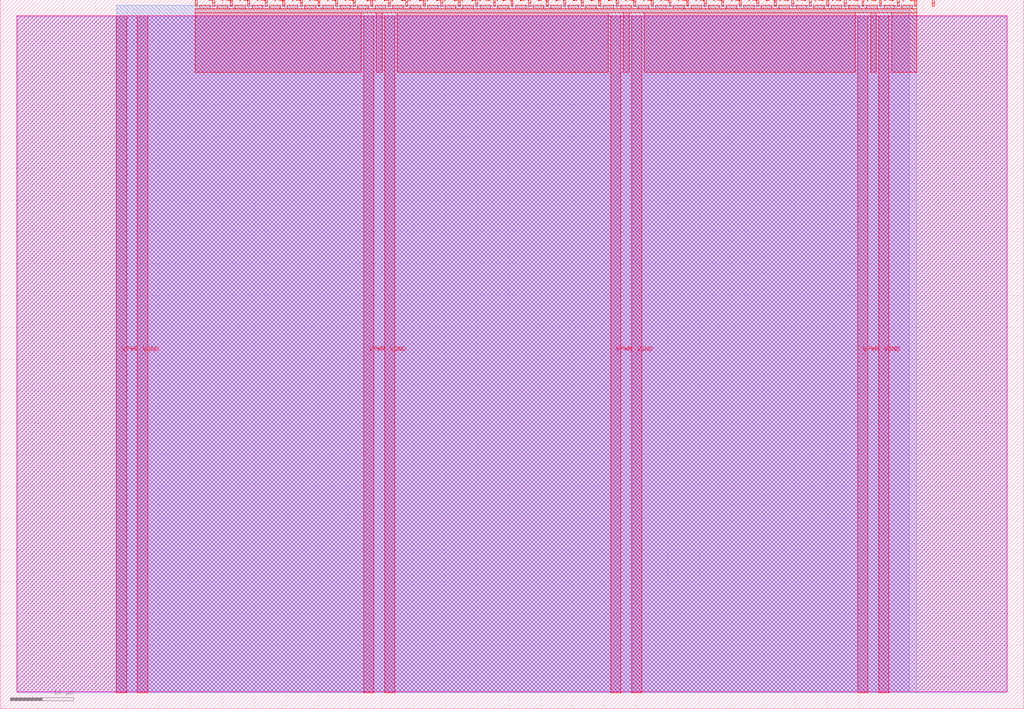
<source format=lef>
VERSION 5.7 ;
  NOWIREEXTENSIONATPIN ON ;
  DIVIDERCHAR "/" ;
  BUSBITCHARS "[]" ;
MACRO tt_um_pwm_led_top
  CLASS BLOCK ;
  FOREIGN tt_um_pwm_led_top ;
  ORIGIN 0.000 0.000 ;
  SIZE 161.000 BY 111.520 ;
  PIN VGND
    DIRECTION INOUT ;
    USE GROUND ;
    PORT
      LAYER met4 ;
        RECT 21.580 2.480 23.180 109.040 ;
    END
    PORT
      LAYER met4 ;
        RECT 60.450 2.480 62.050 109.040 ;
    END
    PORT
      LAYER met4 ;
        RECT 99.320 2.480 100.920 109.040 ;
    END
    PORT
      LAYER met4 ;
        RECT 138.190 2.480 139.790 109.040 ;
    END
  END VGND
  PIN VPWR
    DIRECTION INOUT ;
    USE POWER ;
    PORT
      LAYER met4 ;
        RECT 18.280 2.480 19.880 109.040 ;
    END
    PORT
      LAYER met4 ;
        RECT 57.150 2.480 58.750 109.040 ;
    END
    PORT
      LAYER met4 ;
        RECT 96.020 2.480 97.620 109.040 ;
    END
    PORT
      LAYER met4 ;
        RECT 134.890 2.480 136.490 109.040 ;
    END
  END VPWR
  PIN clk
    DIRECTION INPUT ;
    USE SIGNAL ;
    ANTENNAGATEAREA 0.852000 ;
    PORT
      LAYER met4 ;
        RECT 143.830 110.520 144.130 111.520 ;
    END
  END clk
  PIN ena
    DIRECTION INPUT ;
    USE SIGNAL ;
    PORT
      LAYER met4 ;
        RECT 146.590 110.520 146.890 111.520 ;
    END
  END ena
  PIN rst_n
    DIRECTION INPUT ;
    USE SIGNAL ;
    ANTENNAGATEAREA 0.196500 ;
    PORT
      LAYER met4 ;
        RECT 141.070 110.520 141.370 111.520 ;
    END
  END rst_n
  PIN ui_in[0]
    DIRECTION INPUT ;
    USE SIGNAL ;
    ANTENNAGATEAREA 0.196500 ;
    PORT
      LAYER met4 ;
        RECT 138.310 110.520 138.610 111.520 ;
    END
  END ui_in[0]
  PIN ui_in[1]
    DIRECTION INPUT ;
    USE SIGNAL ;
    ANTENNAGATEAREA 0.196500 ;
    PORT
      LAYER met4 ;
        RECT 135.550 110.520 135.850 111.520 ;
    END
  END ui_in[1]
  PIN ui_in[2]
    DIRECTION INPUT ;
    USE SIGNAL ;
    ANTENNAGATEAREA 0.213000 ;
    PORT
      LAYER met4 ;
        RECT 132.790 110.520 133.090 111.520 ;
    END
  END ui_in[2]
  PIN ui_in[3]
    DIRECTION INPUT ;
    USE SIGNAL ;
    ANTENNAGATEAREA 0.196500 ;
    PORT
      LAYER met4 ;
        RECT 130.030 110.520 130.330 111.520 ;
    END
  END ui_in[3]
  PIN ui_in[4]
    DIRECTION INPUT ;
    USE SIGNAL ;
    PORT
      LAYER met4 ;
        RECT 127.270 110.520 127.570 111.520 ;
    END
  END ui_in[4]
  PIN ui_in[5]
    DIRECTION INPUT ;
    USE SIGNAL ;
    PORT
      LAYER met4 ;
        RECT 124.510 110.520 124.810 111.520 ;
    END
  END ui_in[5]
  PIN ui_in[6]
    DIRECTION INPUT ;
    USE SIGNAL ;
    PORT
      LAYER met4 ;
        RECT 121.750 110.520 122.050 111.520 ;
    END
  END ui_in[6]
  PIN ui_in[7]
    DIRECTION INPUT ;
    USE SIGNAL ;
    PORT
      LAYER met4 ;
        RECT 118.990 110.520 119.290 111.520 ;
    END
  END ui_in[7]
  PIN uio_in[0]
    DIRECTION INPUT ;
    USE SIGNAL ;
    PORT
      LAYER met4 ;
        RECT 116.230 110.520 116.530 111.520 ;
    END
  END uio_in[0]
  PIN uio_in[1]
    DIRECTION INPUT ;
    USE SIGNAL ;
    PORT
      LAYER met4 ;
        RECT 113.470 110.520 113.770 111.520 ;
    END
  END uio_in[1]
  PIN uio_in[2]
    DIRECTION INPUT ;
    USE SIGNAL ;
    PORT
      LAYER met4 ;
        RECT 110.710 110.520 111.010 111.520 ;
    END
  END uio_in[2]
  PIN uio_in[3]
    DIRECTION INPUT ;
    USE SIGNAL ;
    PORT
      LAYER met4 ;
        RECT 107.950 110.520 108.250 111.520 ;
    END
  END uio_in[3]
  PIN uio_in[4]
    DIRECTION INPUT ;
    USE SIGNAL ;
    PORT
      LAYER met4 ;
        RECT 105.190 110.520 105.490 111.520 ;
    END
  END uio_in[4]
  PIN uio_in[5]
    DIRECTION INPUT ;
    USE SIGNAL ;
    PORT
      LAYER met4 ;
        RECT 102.430 110.520 102.730 111.520 ;
    END
  END uio_in[5]
  PIN uio_in[6]
    DIRECTION INPUT ;
    USE SIGNAL ;
    PORT
      LAYER met4 ;
        RECT 99.670 110.520 99.970 111.520 ;
    END
  END uio_in[6]
  PIN uio_in[7]
    DIRECTION INPUT ;
    USE SIGNAL ;
    PORT
      LAYER met4 ;
        RECT 96.910 110.520 97.210 111.520 ;
    END
  END uio_in[7]
  PIN uio_oe[0]
    DIRECTION OUTPUT ;
    USE SIGNAL ;
    PORT
      LAYER met4 ;
        RECT 49.990 110.520 50.290 111.520 ;
    END
  END uio_oe[0]
  PIN uio_oe[1]
    DIRECTION OUTPUT ;
    USE SIGNAL ;
    PORT
      LAYER met4 ;
        RECT 47.230 110.520 47.530 111.520 ;
    END
  END uio_oe[1]
  PIN uio_oe[2]
    DIRECTION OUTPUT ;
    USE SIGNAL ;
    PORT
      LAYER met4 ;
        RECT 44.470 110.520 44.770 111.520 ;
    END
  END uio_oe[2]
  PIN uio_oe[3]
    DIRECTION OUTPUT ;
    USE SIGNAL ;
    PORT
      LAYER met4 ;
        RECT 41.710 110.520 42.010 111.520 ;
    END
  END uio_oe[3]
  PIN uio_oe[4]
    DIRECTION OUTPUT ;
    USE SIGNAL ;
    PORT
      LAYER met4 ;
        RECT 38.950 110.520 39.250 111.520 ;
    END
  END uio_oe[4]
  PIN uio_oe[5]
    DIRECTION OUTPUT ;
    USE SIGNAL ;
    PORT
      LAYER met4 ;
        RECT 36.190 110.520 36.490 111.520 ;
    END
  END uio_oe[5]
  PIN uio_oe[6]
    DIRECTION OUTPUT ;
    USE SIGNAL ;
    PORT
      LAYER met4 ;
        RECT 33.430 110.520 33.730 111.520 ;
    END
  END uio_oe[6]
  PIN uio_oe[7]
    DIRECTION OUTPUT ;
    USE SIGNAL ;
    PORT
      LAYER met4 ;
        RECT 30.670 110.520 30.970 111.520 ;
    END
  END uio_oe[7]
  PIN uio_out[0]
    DIRECTION OUTPUT ;
    USE SIGNAL ;
    PORT
      LAYER met4 ;
        RECT 72.070 110.520 72.370 111.520 ;
    END
  END uio_out[0]
  PIN uio_out[1]
    DIRECTION OUTPUT ;
    USE SIGNAL ;
    PORT
      LAYER met4 ;
        RECT 69.310 110.520 69.610 111.520 ;
    END
  END uio_out[1]
  PIN uio_out[2]
    DIRECTION OUTPUT ;
    USE SIGNAL ;
    PORT
      LAYER met4 ;
        RECT 66.550 110.520 66.850 111.520 ;
    END
  END uio_out[2]
  PIN uio_out[3]
    DIRECTION OUTPUT ;
    USE SIGNAL ;
    PORT
      LAYER met4 ;
        RECT 63.790 110.520 64.090 111.520 ;
    END
  END uio_out[3]
  PIN uio_out[4]
    DIRECTION OUTPUT ;
    USE SIGNAL ;
    PORT
      LAYER met4 ;
        RECT 61.030 110.520 61.330 111.520 ;
    END
  END uio_out[4]
  PIN uio_out[5]
    DIRECTION OUTPUT ;
    USE SIGNAL ;
    PORT
      LAYER met4 ;
        RECT 58.270 110.520 58.570 111.520 ;
    END
  END uio_out[5]
  PIN uio_out[6]
    DIRECTION OUTPUT ;
    USE SIGNAL ;
    PORT
      LAYER met4 ;
        RECT 55.510 110.520 55.810 111.520 ;
    END
  END uio_out[6]
  PIN uio_out[7]
    DIRECTION OUTPUT ;
    USE SIGNAL ;
    PORT
      LAYER met4 ;
        RECT 52.750 110.520 53.050 111.520 ;
    END
  END uio_out[7]
  PIN uo_out[0]
    DIRECTION OUTPUT ;
    USE SIGNAL ;
    ANTENNADIFFAREA 0.891000 ;
    PORT
      LAYER met4 ;
        RECT 94.150 110.520 94.450 111.520 ;
    END
  END uo_out[0]
  PIN uo_out[1]
    DIRECTION OUTPUT ;
    USE SIGNAL ;
    ANTENNADIFFAREA 0.891000 ;
    PORT
      LAYER met4 ;
        RECT 91.390 110.520 91.690 111.520 ;
    END
  END uo_out[1]
  PIN uo_out[2]
    DIRECTION OUTPUT ;
    USE SIGNAL ;
    ANTENNADIFFAREA 0.891000 ;
    PORT
      LAYER met4 ;
        RECT 88.630 110.520 88.930 111.520 ;
    END
  END uo_out[2]
  PIN uo_out[3]
    DIRECTION OUTPUT ;
    USE SIGNAL ;
    ANTENNADIFFAREA 0.891000 ;
    PORT
      LAYER met4 ;
        RECT 85.870 110.520 86.170 111.520 ;
    END
  END uo_out[3]
  PIN uo_out[4]
    DIRECTION OUTPUT ;
    USE SIGNAL ;
    ANTENNADIFFAREA 0.891000 ;
    PORT
      LAYER met4 ;
        RECT 83.110 110.520 83.410 111.520 ;
    END
  END uo_out[4]
  PIN uo_out[5]
    DIRECTION OUTPUT ;
    USE SIGNAL ;
    ANTENNADIFFAREA 0.891000 ;
    PORT
      LAYER met4 ;
        RECT 80.350 110.520 80.650 111.520 ;
    END
  END uo_out[5]
  PIN uo_out[6]
    DIRECTION OUTPUT ;
    USE SIGNAL ;
    ANTENNADIFFAREA 0.891000 ;
    PORT
      LAYER met4 ;
        RECT 77.590 110.520 77.890 111.520 ;
    END
  END uo_out[6]
  PIN uo_out[7]
    DIRECTION OUTPUT ;
    USE SIGNAL ;
    ANTENNADIFFAREA 0.445500 ;
    PORT
      LAYER met4 ;
        RECT 74.830 110.520 75.130 111.520 ;
    END
  END uo_out[7]
  OBS
      LAYER nwell ;
        RECT 2.570 2.635 158.430 108.990 ;
      LAYER li1 ;
        RECT 2.760 2.635 158.240 108.885 ;
      LAYER met1 ;
        RECT 2.760 2.480 158.240 109.040 ;
      LAYER met2 ;
        RECT 18.310 2.535 142.970 110.685 ;
      LAYER met3 ;
        RECT 18.290 2.555 144.170 110.665 ;
      LAYER met4 ;
        RECT 31.370 110.120 33.030 110.665 ;
        RECT 34.130 110.120 35.790 110.665 ;
        RECT 36.890 110.120 38.550 110.665 ;
        RECT 39.650 110.120 41.310 110.665 ;
        RECT 42.410 110.120 44.070 110.665 ;
        RECT 45.170 110.120 46.830 110.665 ;
        RECT 47.930 110.120 49.590 110.665 ;
        RECT 50.690 110.120 52.350 110.665 ;
        RECT 53.450 110.120 55.110 110.665 ;
        RECT 56.210 110.120 57.870 110.665 ;
        RECT 58.970 110.120 60.630 110.665 ;
        RECT 61.730 110.120 63.390 110.665 ;
        RECT 64.490 110.120 66.150 110.665 ;
        RECT 67.250 110.120 68.910 110.665 ;
        RECT 70.010 110.120 71.670 110.665 ;
        RECT 72.770 110.120 74.430 110.665 ;
        RECT 75.530 110.120 77.190 110.665 ;
        RECT 78.290 110.120 79.950 110.665 ;
        RECT 81.050 110.120 82.710 110.665 ;
        RECT 83.810 110.120 85.470 110.665 ;
        RECT 86.570 110.120 88.230 110.665 ;
        RECT 89.330 110.120 90.990 110.665 ;
        RECT 92.090 110.120 93.750 110.665 ;
        RECT 94.850 110.120 96.510 110.665 ;
        RECT 97.610 110.120 99.270 110.665 ;
        RECT 100.370 110.120 102.030 110.665 ;
        RECT 103.130 110.120 104.790 110.665 ;
        RECT 105.890 110.120 107.550 110.665 ;
        RECT 108.650 110.120 110.310 110.665 ;
        RECT 111.410 110.120 113.070 110.665 ;
        RECT 114.170 110.120 115.830 110.665 ;
        RECT 116.930 110.120 118.590 110.665 ;
        RECT 119.690 110.120 121.350 110.665 ;
        RECT 122.450 110.120 124.110 110.665 ;
        RECT 125.210 110.120 126.870 110.665 ;
        RECT 127.970 110.120 129.630 110.665 ;
        RECT 130.730 110.120 132.390 110.665 ;
        RECT 133.490 110.120 135.150 110.665 ;
        RECT 136.250 110.120 137.910 110.665 ;
        RECT 139.010 110.120 140.670 110.665 ;
        RECT 141.770 110.120 143.430 110.665 ;
        RECT 30.655 109.440 144.145 110.120 ;
        RECT 30.655 100.135 56.750 109.440 ;
        RECT 59.150 100.135 60.050 109.440 ;
        RECT 62.450 100.135 95.620 109.440 ;
        RECT 98.020 100.135 98.920 109.440 ;
        RECT 101.320 100.135 134.490 109.440 ;
        RECT 136.890 100.135 137.790 109.440 ;
        RECT 140.190 100.135 144.145 109.440 ;
  END
END tt_um_pwm_led_top
END LIBRARY


</source>
